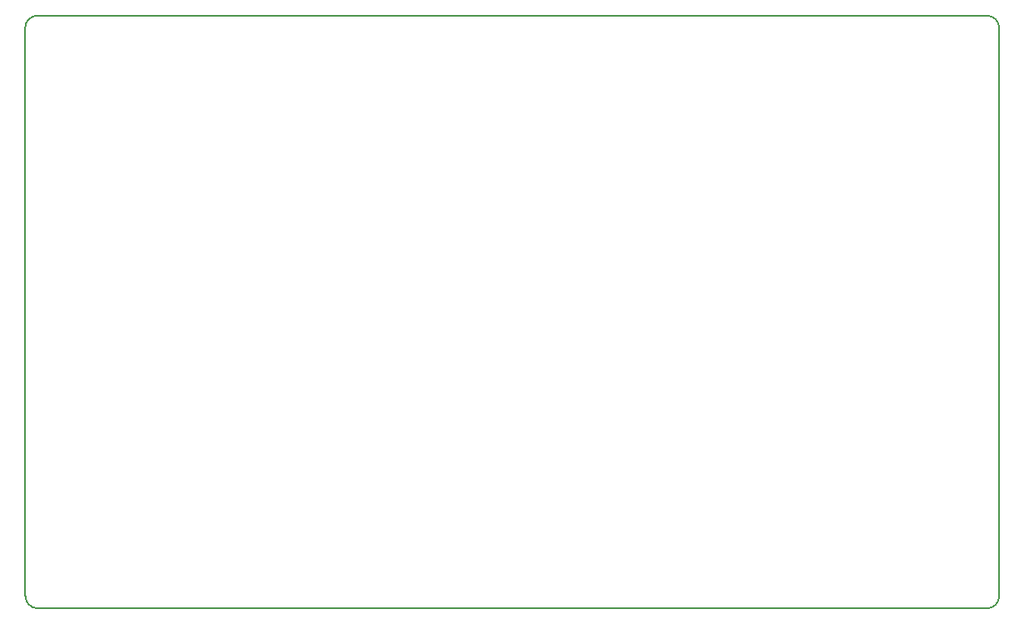
<source format=gm1>
G04 #@! TF.GenerationSoftware,KiCad,Pcbnew,(5.0.0)*
G04 #@! TF.CreationDate,2018-08-15T10:41:59+02:00*
G04 #@! TF.ProjectId,FTController,4654436F6E74726F6C6C65722E6B6963,1.0*
G04 #@! TF.SameCoordinates,Original*
G04 #@! TF.FileFunction,Profile,NP*
%FSLAX46Y46*%
G04 Gerber Fmt 4.6, Leading zero omitted, Abs format (unit mm)*
G04 Created by KiCad (PCBNEW (5.0.0)) date 08/15/18 10:41:59*
%MOMM*%
%LPD*%
G01*
G04 APERTURE LIST*
%ADD10C,0.150000*%
G04 APERTURE END LIST*
D10*
X244475000Y-148590000D02*
X244475000Y-148590000D01*
X244475000Y-137795000D02*
X244475000Y-148590000D01*
X243205000Y-149860000D02*
X243205000Y-149860000D01*
X146685000Y-149860000D02*
X243205000Y-149860000D01*
X145439902Y-137795000D02*
X145439902Y-148590000D01*
X243205000Y-149860000D02*
G75*
G03X244475000Y-148590000I0J1270000D01*
G01*
X244475000Y-90805000D02*
X244475000Y-137795000D01*
X244475000Y-90805000D02*
G75*
G03X243205000Y-89535000I-1270000J0D01*
G01*
X146685000Y-89535000D02*
X243205000Y-89535000D01*
X146685000Y-89535000D02*
G75*
G03X145415000Y-90805000I0J-1270000D01*
G01*
X145439902Y-137795000D02*
X145415000Y-90805000D01*
X145439902Y-148589234D02*
G75*
G03X146685000Y-149860000I1270249J-766D01*
G01*
M02*

</source>
